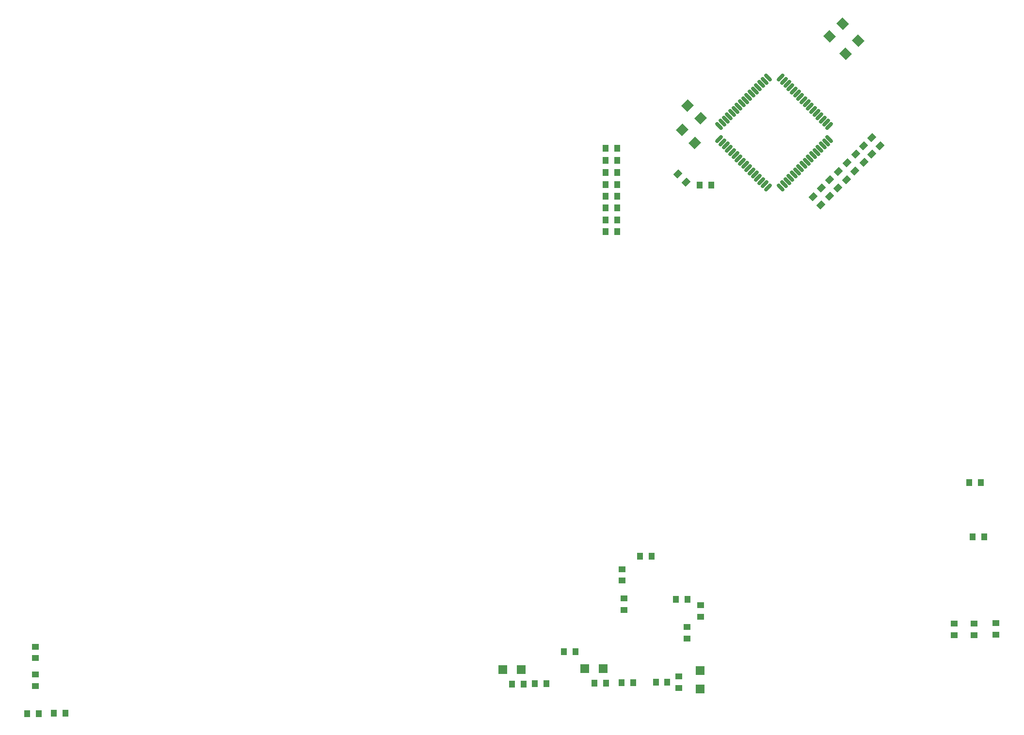
<source format=gbp>
G04*
G04 #@! TF.GenerationSoftware,Altium Limited,Altium Designer,23.3.1 (30)*
G04*
G04 Layer_Color=128*
%FSLAX44Y44*%
%MOMM*%
G71*
G04*
G04 #@! TF.SameCoordinates,CBA1B8D9-47E8-49AD-825A-66903E3D66A9*
G04*
G04*
G04 #@! TF.FilePolarity,Positive*
G04*
G01*
G75*
G04:AMPARAMS|DCode=82|XSize=1.5mm|YSize=1.6mm|CornerRadius=0mm|HoleSize=0mm|Usage=FLASHONLY|Rotation=315.000|XOffset=0mm|YOffset=0mm|HoleType=Round|Shape=Rectangle|*
%AMROTATEDRECTD82*
4,1,4,-1.0960,-0.0354,0.0354,1.0960,1.0960,0.0354,-0.0354,-1.0960,-1.0960,-0.0354,0.0*
%
%ADD82ROTATEDRECTD82*%

%ADD83R,1.3000X1.0000*%
G04:AMPARAMS|DCode=84|XSize=1mm|YSize=1.3mm|CornerRadius=0mm|HoleSize=0mm|Usage=FLASHONLY|Rotation=135.000|XOffset=0mm|YOffset=0mm|HoleType=Round|Shape=Rectangle|*
%AMROTATEDRECTD84*
4,1,4,0.8132,0.1061,-0.1061,-0.8132,-0.8132,-0.1061,0.1061,0.8132,0.8132,0.1061,0.0*
%
%ADD84ROTATEDRECTD84*%

%ADD85R,1.0000X1.3000*%
%ADD86R,1.5000X1.6000*%
G04:AMPARAMS|DCode=87|XSize=0.65mm|YSize=1.7mm|CornerRadius=0mm|HoleSize=0mm|Usage=FLASHONLY|Rotation=315.000|XOffset=0mm|YOffset=0mm|HoleType=Round|Shape=Round|*
%AMOVALD87*
21,1,1.0500,0.6500,0.0000,0.0000,45.0*
1,1,0.6500,-0.3712,-0.3712*
1,1,0.6500,0.3712,0.3712*
%
%ADD87OVALD87*%

G04:AMPARAMS|DCode=88|XSize=0.65mm|YSize=1.7mm|CornerRadius=0mm|HoleSize=0mm|Usage=FLASHONLY|Rotation=225.000|XOffset=0mm|YOffset=0mm|HoleType=Round|Shape=Round|*
%AMOVALD88*
21,1,1.0500,0.6500,0.0000,0.0000,315.0*
1,1,0.6500,-0.3712,0.3712*
1,1,0.6500,0.3712,-0.3712*
%
%ADD88OVALD88*%

G04:AMPARAMS|DCode=89|XSize=1.5mm|YSize=1.6mm|CornerRadius=0mm|HoleSize=0mm|Usage=FLASHONLY|Rotation=225.000|XOffset=0mm|YOffset=0mm|HoleType=Round|Shape=Rectangle|*
%AMROTATEDRECTD89*
4,1,4,-0.0354,1.0960,1.0960,-0.0354,0.0354,-1.0960,-1.0960,0.0354,-0.0354,1.0960,0.0*
%
%ADD89ROTATEDRECTD89*%

%ADD90R,1.6000X1.5000*%
D82*
X1466686Y1996814D02*
D03*
X1489314Y1974186D02*
D03*
X1476186Y2039314D02*
D03*
X1498814Y2016686D02*
D03*
D83*
X1365500Y1157500D02*
D03*
Y1177700D02*
D03*
X1499150Y1145900D02*
D03*
Y1166100D02*
D03*
X1361650Y1208900D02*
D03*
Y1229100D02*
D03*
X337350Y1044850D02*
D03*
Y1024650D02*
D03*
X1941850Y1113400D02*
D03*
Y1133600D02*
D03*
X1976600Y1113650D02*
D03*
Y1133850D02*
D03*
X2014600Y1114650D02*
D03*
Y1134850D02*
D03*
X1475650Y1107900D02*
D03*
Y1128100D02*
D03*
X337850Y1093600D02*
D03*
Y1073400D02*
D03*
X1461150Y1021400D02*
D03*
Y1041600D02*
D03*
D84*
X1473748Y1905464D02*
D03*
X1459464Y1919748D02*
D03*
X1798244Y1954299D02*
D03*
X1783961Y1968583D02*
D03*
X1768748Y1924464D02*
D03*
X1754464Y1938748D02*
D03*
X1784248Y1940214D02*
D03*
X1769964Y1954498D02*
D03*
X1753692Y1909747D02*
D03*
X1739409Y1924031D02*
D03*
X1739020Y1895075D02*
D03*
X1724736Y1909358D02*
D03*
X1724524Y1880579D02*
D03*
X1710240Y1894863D02*
D03*
X1709498Y1865553D02*
D03*
X1695214Y1879837D02*
D03*
X1812248Y1968964D02*
D03*
X1797964Y1983248D02*
D03*
D85*
X1517600Y1900400D02*
D03*
X1497400D02*
D03*
X1974150Y1285350D02*
D03*
X1994350D02*
D03*
X1968150Y1380600D02*
D03*
X1988350D02*
D03*
X1170150Y1028350D02*
D03*
X1190350D02*
D03*
X1209650Y1029100D02*
D03*
X1229850D02*
D03*
X1260650Y1084850D02*
D03*
X1280850D02*
D03*
X1314150Y1029600D02*
D03*
X1334350D02*
D03*
X1441100Y1031400D02*
D03*
X1420900D02*
D03*
X369650Y976850D02*
D03*
X389850D02*
D03*
X323300Y976250D02*
D03*
X343500D02*
D03*
X1393150Y1251350D02*
D03*
X1413350Y1251350D02*
D03*
X1333496Y1964594D02*
D03*
X1353696D02*
D03*
X1333496Y1943081D02*
D03*
X1353696D02*
D03*
X1333496Y1922045D02*
D03*
X1353696D02*
D03*
X1333496Y1901008D02*
D03*
X1353696D02*
D03*
X1333496Y1881032D02*
D03*
X1353696D02*
D03*
X1333496Y1860600D02*
D03*
X1353696D02*
D03*
X1333496Y1839313D02*
D03*
X1353696D02*
D03*
X1333496Y1818630D02*
D03*
X1353696D02*
D03*
X1456150Y1176600D02*
D03*
X1476350D02*
D03*
X1361150Y1030850D02*
D03*
X1381350D02*
D03*
D86*
X1297000Y1055500D02*
D03*
X1329000Y1055500D02*
D03*
X1154000Y1053250D02*
D03*
X1186000Y1053250D02*
D03*
D87*
X1531584Y1980686D02*
D03*
X1537240Y1975029D02*
D03*
X1542897Y1969373D02*
D03*
X1548554Y1963716D02*
D03*
X1554211Y1958059D02*
D03*
X1559868Y1952402D02*
D03*
X1565525Y1946745D02*
D03*
X1571181Y1941088D02*
D03*
X1576838Y1935432D02*
D03*
X1582495Y1929775D02*
D03*
X1588152Y1924118D02*
D03*
X1593809Y1918461D02*
D03*
X1599466Y1912804D02*
D03*
X1605123Y1907147D02*
D03*
X1610780Y1901490D02*
D03*
X1616436Y1895833D02*
D03*
X1723917Y2003314D02*
D03*
X1718260Y2008971D02*
D03*
X1712603Y2014627D02*
D03*
X1706946Y2020284D02*
D03*
X1701289Y2025941D02*
D03*
X1695632Y2031598D02*
D03*
X1689975Y2037255D02*
D03*
X1684319Y2042912D02*
D03*
X1678662Y2048569D02*
D03*
X1673005Y2054225D02*
D03*
X1667348Y2059882D02*
D03*
X1661691Y2065539D02*
D03*
X1656034Y2071196D02*
D03*
X1650377Y2076853D02*
D03*
X1644721Y2082510D02*
D03*
X1639064Y2088167D02*
D03*
D88*
Y1895833D02*
D03*
X1644721Y1901490D02*
D03*
X1650377Y1907147D02*
D03*
X1656034Y1912804D02*
D03*
X1661691Y1918461D02*
D03*
X1667348Y1924118D02*
D03*
X1673005Y1929775D02*
D03*
X1678662Y1935432D02*
D03*
X1684319Y1941088D02*
D03*
X1689975Y1946745D02*
D03*
X1695632Y1952402D02*
D03*
X1701289Y1958059D02*
D03*
X1706946Y1963716D02*
D03*
X1712603Y1969373D02*
D03*
X1718260Y1975029D02*
D03*
X1723916Y1980686D02*
D03*
X1616436Y2088167D02*
D03*
X1610780Y2082510D02*
D03*
X1605123Y2076853D02*
D03*
X1599466Y2071196D02*
D03*
X1593809Y2065539D02*
D03*
X1588152Y2059882D02*
D03*
X1582495Y2054225D02*
D03*
X1576838Y2048569D02*
D03*
X1571181Y2042912D02*
D03*
X1565525Y2037255D02*
D03*
X1559868Y2031598D02*
D03*
X1554211Y2025941D02*
D03*
X1548554Y2020284D02*
D03*
X1542897Y2014627D02*
D03*
X1537240Y2008971D02*
D03*
X1531584Y2003314D02*
D03*
D89*
X1747314Y2182314D02*
D03*
X1724686Y2159686D02*
D03*
X1774564Y2152314D02*
D03*
X1751936Y2129686D02*
D03*
D90*
X1498500Y1020000D02*
D03*
X1498500Y1052000D02*
D03*
M02*

</source>
